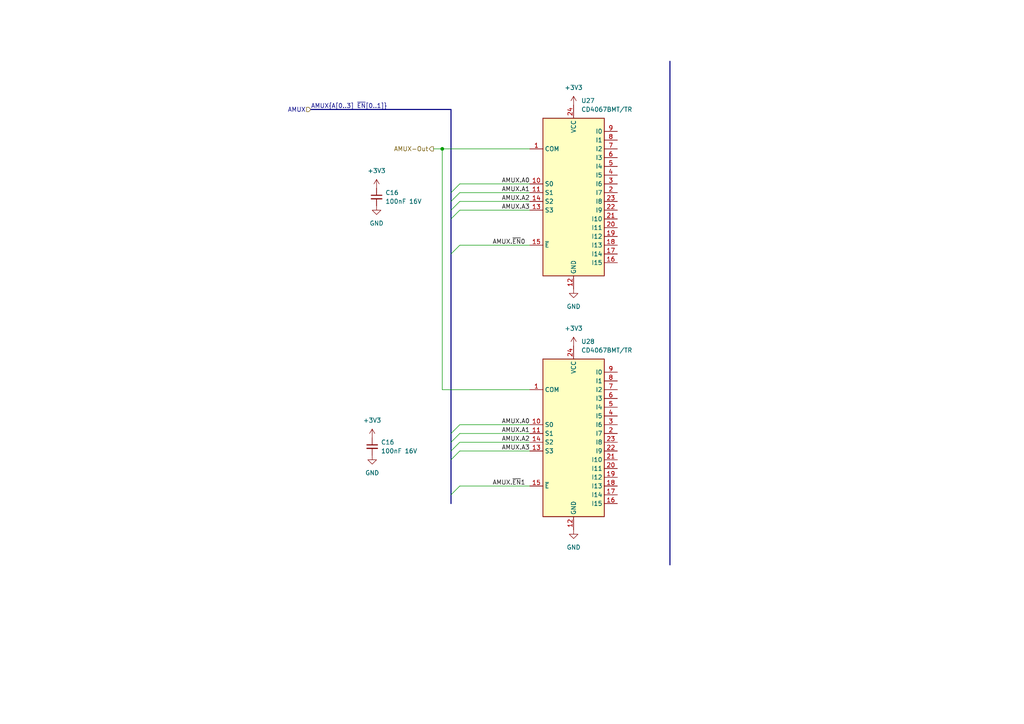
<source format=kicad_sch>
(kicad_sch (version 20230121) (generator eeschema)
  (paper "A4")
  (lib_symbols
    (symbol "74xx:CD74HC4067SM"
      (property "Reference" "U" (at -8.89 22.86 0))
      (property "Value" "CD74HC4067SM" (at 1.27 22.86 0))
      (symbol "CD74HC4067SM_0_1"
        (rectangle (start -8.89 21.59) (end 8.89 -24.13) (stroke (width 0.254)) (fill (type background)))
      )
      (symbol "CD74HC4067SM_1_1"
        (pin passive line (at -12.7 12.7 0) (length 3.81) (name "COM") (number "1"))
        (pin input line (at -12.7 2.54 0) (length 3.81) (name "S0") (number "10"))
        (pin input line (at -12.7 0 0) (length 3.81) (name "S1") (number "11"))
        (pin power_in line (at 0 -27.94 90) (length 3.81) (name "GND") (number "12"))
        (pin input line (at -12.7 -5.08 0) (length 3.81) (name "S3") (number "13"))
        (pin input line (at -12.7 -2.54 0) (length 3.81) (name "S2") (number "14"))
        (pin input line (at -12.7 -15.24 0) (length 3.81) (name "~{E}") (number "15"))
        (pin passive line (at 12.7 -20.32 180) (length 3.81) (name "I15") (number "16"))
        (pin passive line (at 12.7 -17.78 180) (length 3.81) (name "I14") (number "17"))
        (pin passive line (at 12.7 -15.24 180) (length 3.81) (name "I13") (number "18"))
        (pin passive line (at 12.7 -12.7 180) (length 3.81) (name "I12") (number "19"))
        (pin passive line (at 12.7 0 180) (length 3.81) (name "I7") (number "2"))
        (pin passive line (at 12.7 -10.16 180) (length 3.81) (name "I11") (number "20"))
        (pin passive line (at 12.7 -7.62 180) (length 3.81) (name "I10") (number "21"))
        (pin passive line (at 12.7 -5.08 180) (length 3.81) (name "I9") (number "22"))
        (pin passive line (at 12.7 -2.54 180) (length 3.81) (name "I8") (number "23"))
        (pin power_in line (at 0 25.4 270) (length 3.81) (name "VCC") (number "24"))
        (pin passive line (at 12.7 2.54 180) (length 3.81) (name "I6") (number "3"))
        (pin passive line (at 12.7 5.08 180) (length 3.81) (name "I5") (number "4"))
        (pin passive line (at 12.7 7.62 180) (length 3.81) (name "I4") (number "5"))
        (pin passive line (at 12.7 10.16 180) (length 3.81) (name "I3") (number "6"))
        (pin passive line (at 12.7 12.7 180) (length 3.81) (name "I2") (number "7"))
        (pin passive line (at 12.7 15.24 180) (length 3.81) (name "I1") (number "8"))
        (pin passive line (at 12.7 17.78 180) (length 3.81) (name "I0") (number "9"))
      )
    )
    (symbol "Device:C_Small" (pin_numbers hide) (pin_names (offset 0.254) hide)
      (property "Reference" "C" (at 0.254 1.778 0))
      (property "Value" "C_Small" (at 0.254 -2.032 0))
      (symbol "C_Small_0_1"
        (polyline (pts (xy -1.524 -0.508) (xy 1.524 -0.508)) (stroke (width 0.3302)))
        (polyline (pts (xy -1.524 0.508) (xy 1.524 0.508)) (stroke (width 0.3048)))
      )
      (symbol "C_Small_1_1"
        (pin passive line (at 0 2.54 270) (length 2.032) (name "~") (number "1"))
        (pin passive line (at 0 -2.54 90) (length 2.032) (name "~") (number "2"))
      )
    )
    (symbol "power:+3V3" (power) (pin_names (offset 0))
      (property "Value" "+3V3" (at 0 3.556 0))
      (symbol "+3V3_0_1"
        (polyline (pts (xy -0.762 1.27) (xy 0 2.54)))
        (polyline (pts (xy 0 0) (xy 0 2.54)))
        (polyline (pts (xy 0 2.54) (xy 0.762 1.27)))
      )
      (symbol "+3V3_1_1"
        (pin power_in line (at 0 0 90) (length 0) hide (name "+3V3") (number "1"))
      )
    )
    (symbol "power:GND" (power) (pin_names (offset 0))
      (property "Value" "GND" (at 0 -3.81 0))
      (symbol "GND_0_1"
        (polyline (pts (xy 0 0) (xy 0 -1.27) (xy 1.27 -1.27) (xy 0 -2.54) (xy -1.27 -1.27) (xy 0 -1.27)))
      )
      (symbol "GND_1_1"
        (pin power_in line (at 0 0 270) (length 0) hide (name "GND") (number "1"))
      )
    )
  )
  (junction (at 128.27 43.18))
  (bus_entry (at 130.81 58.42) (size 2.54 -2.54))
  (bus_entry (at 130.81 133.35) (size 2.54 -2.54))
  (bus_entry (at 130.81 63.5) (size 2.54 -2.54))
  (bus_entry (at 130.81 55.88) (size 2.54 -2.54))
  (bus_entry (at 130.81 60.96) (size 2.54 -2.54))
  (bus_entry (at 130.81 143.51) (size 2.54 -2.54))
  (bus_entry (at 130.81 73.66) (size 2.54 -2.54))
  (bus_entry (at 130.81 128.27) (size 2.54 -2.54))
  (bus_entry (at 130.81 130.81) (size 2.54 -2.54))
  (bus_entry (at 130.81 125.73) (size 2.54 -2.54))
  (wire (pts (xy 125.73 43.18) (xy 128.27 43.18)))
  (bus (pts (xy 90.17 31.75) (xy 130.81 31.75)))
  (wire (pts (xy 133.35 130.81) (xy 153.67 130.81)))
  (wire (pts (xy 133.35 123.19) (xy 153.67 123.19)))
  (wire (pts (xy 128.27 113.03) (xy 153.67 113.03)))
  (bus (pts (xy 130.81 130.81) (xy 130.81 133.35)))
  (wire (pts (xy 128.27 43.18) (xy 153.67 43.18)))
  (bus (pts (xy 130.81 31.75) (xy 130.81 55.88)))
  (wire (pts (xy 133.35 55.88) (xy 153.67 55.88)))
  (bus (pts (xy 130.81 73.66) (xy 130.81 125.73)))
  (bus (pts (xy 130.81 60.96) (xy 130.81 63.5)))
  (bus (pts (xy 130.81 55.88) (xy 130.81 58.42)))
  (wire (pts (xy 133.35 125.73) (xy 153.67 125.73)))
  (bus (pts (xy 194.31 17.78) (xy 194.31 163.83)))
  (bus (pts (xy 130.81 58.42) (xy 130.81 60.96)))
  (bus (pts (xy 130.81 133.35) (xy 130.81 143.51)))
  (wire (pts (xy 133.35 58.42) (xy 153.67 58.42)))
  (wire (pts (xy 128.27 43.18) (xy 128.27 113.03)))
  (wire (pts (xy 133.35 53.34) (xy 153.67 53.34)))
  (wire (pts (xy 133.35 128.27) (xy 153.67 128.27)))
  (wire (pts (xy 133.35 71.12) (xy 153.67 71.12)))
  (bus (pts (xy 130.81 143.51) (xy 130.81 146.05)))
  (bus (pts (xy 130.81 128.27) (xy 130.81 130.81)))
  (wire (pts (xy 133.35 60.96) (xy 153.67 60.96)))
  (bus (pts (xy 130.81 125.73) (xy 130.81 128.27)))
  (bus (pts (xy 130.81 63.5) (xy 130.81 73.66)))
  (wire (pts (xy 133.35 140.97) (xy 153.67 140.97)))
  (label "AMUX.A2" (at 153.67 58.42 180))
  (label "AMUX.A2" (at 153.67 128.27 180))
  (label "AMUX.A1" (at 153.67 125.73 180))
  (label "AMUX.A3" (at 153.67 130.81 180))
  (label "AMUX.A0" (at 153.67 123.19 180))
  (label "AMUX.~{EN}1" (at 152.4 140.97 180))
  (label "AMUX{A[0..3] ~{EN}[0..1]}" (at 90.17 31.75 0))
  (label "AMUX.A3" (at 153.67 60.96 180))
  (label "AMUX.A0" (at 153.67 53.34 180))
  (label "AMUX.A1" (at 153.67 55.88 180))
  (label "AMUX.~{EN}0" (at 152.4 71.12 180))
  (hierarchical_label "AMUX-Out" (shape output) (at 125.73 43.18 180))
  (hierarchical_label "AMUX" (shape input) (at 90.17 31.75 180))
  (symbol (lib_id "power:+3V3") (at 166.37 30.48 0) (unit 1)
    (property "Reference" "#PWR0280" (effects hide))
    (property "Value" "+3V3" (at 166.37 25.4 0))
  )
  (symbol (lib_id "power:+3V3") (at 107.95 127 0) (unit 1)
    (property "Reference" "#PWR0285" (effects hide))
    (property "Value" "+3V3" (at 107.95 121.92 0))
  )
  (symbol (lib_id "power:GND") (at 109.22 59.69 0) (unit 1)
    (property "Reference" "#PWR042" (effects hide))
    (property "Value" "GND" (at 109.22 64.77 0))
    (instances (project "OpenPowerDistribution" (path "" (reference "#PWR042") (unit 1)) (path "" (reference "#PWR062") (unit 1)) (path "" (reference "#PWR082") (unit 1)) (path "" (reference "#PWR0162") (unit 1)) (path "" (reference "#PWR0102") (unit 1)) (path "" (reference "#PWR0122") (unit 1)) (path "" (reference "#PWR0142") (unit 1)) (path "" (reference "#PWR0188") (unit 1)) (path "" (reference "#PWR0217") (unit 1)) (path "" (reference "#PWR0284") (unit 1))))
  )
  (symbol (lib_id "power:GND") (at 166.37 83.82 0) (unit 1)
    (property "Reference" "#PWR0279" (effects hide))
    (property "Value" "GND" (at 166.37 88.9 0))
  )
  (symbol (lib_id "Device:C_Small") (at 107.95 129.54 0) (unit 1)
    (property "Reference" "C16" (at 110.49 128.2763 0) (effects (justify left)))
    (property "Value" "100nF 16V" (at 110.49 130.8163 0) (effects (justify left)))
    (property "Footprint" "Capacitor_SMD:C_0603_1608Metric" (effects hide))
    (instances (project "OpenPowerDistribution" (path "" (reference "C16") (unit 1)) (path "" (reference "C21") (unit 1)) (path "" (reference "C26") (unit 1)) (path "" (reference "C46") (unit 1)) (path "" (reference "C31") (unit 1)) (path "" (reference "C36") (unit 1)) (path "" (reference "C41") (unit 1)) (path "" (reference "C55") (unit 1)) (path "" (reference "C60") (unit 1)) (path "" (reference "C73") (unit 1))))
  )
  (symbol (lib_id "power:GND") (at 166.37 153.67 0) (unit 1)
    (property "Reference" "#PWR0282" (effects hide))
    (property "Value" "GND" (at 166.37 158.75 0))
  )
  (symbol (lib_id "power:+3V3") (at 166.37 100.33 0) (unit 1)
    (property "Reference" "#PWR0281" (effects hide))
    (property "Value" "+3V3" (at 166.37 95.25 0))
  )
  (symbol (lib_id "power:GND") (at 107.95 132.08 0) (unit 1)
    (property "Reference" "#PWR042" (effects hide))
    (property "Value" "GND" (at 107.95 137.16 0))
    (instances (project "OpenPowerDistribution" (path "" (reference "#PWR042") (unit 1)) (path "" (reference "#PWR062") (unit 1)) (path "" (reference "#PWR082") (unit 1)) (path "" (reference "#PWR0162") (unit 1)) (path "" (reference "#PWR0102") (unit 1)) (path "" (reference "#PWR0122") (unit 1)) (path "" (reference "#PWR0142") (unit 1)) (path "" (reference "#PWR0188") (unit 1)) (path "" (reference "#PWR0217") (unit 1)) (path "" (reference "#PWR0286") (unit 1))))
  )
  (symbol (lib_id "power:+3V3") (at 109.22 54.61 0) (unit 1)
    (property "Reference" "#PWR0283" (effects hide))
    (property "Value" "+3V3" (at 109.22 49.53 0))
  )
  (symbol (lib_id "Device:C_Small") (at 109.22 57.15 0) (unit 1)
    (property "Reference" "C16" (at 111.76 55.8863 0) (effects (justify left)))
    (property "Value" "100nF 16V" (at 111.76 58.4263 0) (effects (justify left)))
    (property "Footprint" "Capacitor_SMD:C_0603_1608Metric" (effects hide))
    (instances (project "OpenPowerDistribution" (path "" (reference "C16") (unit 1)) (path "" (reference "C21") (unit 1)) (path "" (reference "C26") (unit 1)) (path "" (reference "C46") (unit 1)) (path "" (reference "C31") (unit 1)) (path "" (reference "C36") (unit 1)) (path "" (reference "C41") (unit 1)) (path "" (reference "C55") (unit 1)) (path "" (reference "C60") (unit 1)) (path "" (reference "C72") (unit 1))))
  )
  (symbol (lib_id "74xx:CD74HC4067SM") (at 166.37 55.88 0) (unit 1)
    (property "Reference" "U27" (at 168.5641 29.21 0) (effects (justify left)))
    (property "Value" "CD4067BMT/TR" (at 168.5641 31.75 0) (effects (justify left)))
    (property "Footprint" "Package_SO:TSSOP-24_4.4x7.8mm_P0.65mm" (effects hide))
    (property "Datasheet" "http://www.ti.com/lit/ds/symlink/cd74hc4067.pdf" (effects hide))
    (property "LCSC Part#" "C7432333" (effects hide))
    (property "MPN" "CD4067BMT/TR" (effects hide))
  )
  (symbol (lib_id "74xx:CD74HC4067SM") (at 166.37 125.73 0) (unit 1)
    (property "Reference" "U28" (at 168.5641 99.06 0) (effects (justify left)))
    (property "Value" "CD4067BMT/TR" (at 168.5641 101.6 0) (effects (justify left)))
    (property "Footprint" "Package_SO:TSSOP-24_4.4x7.8mm_P0.65mm" (effects hide))
    (property "Datasheet" "http://www.ti.com/lit/ds/symlink/cd74hc4067.pdf" (effects hide))
    (property "LCSC Part#" "C7432333" (effects hide))
    (property "MPN" "CD4067BMT/TR" (effects hide))
  )
)
</source>
